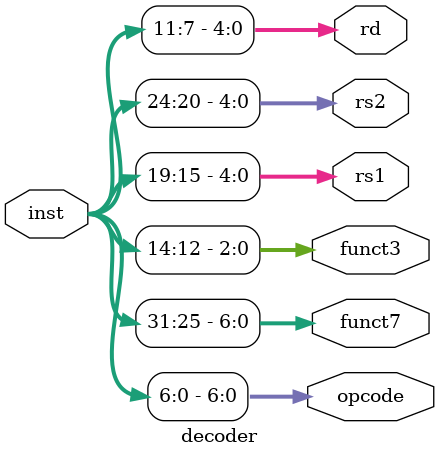
<source format=v>
module decoder(inst, opcode, funct7, funct3, rs1, rs2, rd);
input [31:0] inst;
output [6:0] opcode, funct7;
output[2:0] funct3;
output [4:0] rs1, rs2, rd;
assign opcode = inst[6:0];
assign funct7 = inst[31:25];
assign funct3 = inst[14:12];
assign rs1 = inst[19:15];
assign rs2 = inst[24:20];
assign rd = inst[11:7];
endmodule
</source>
